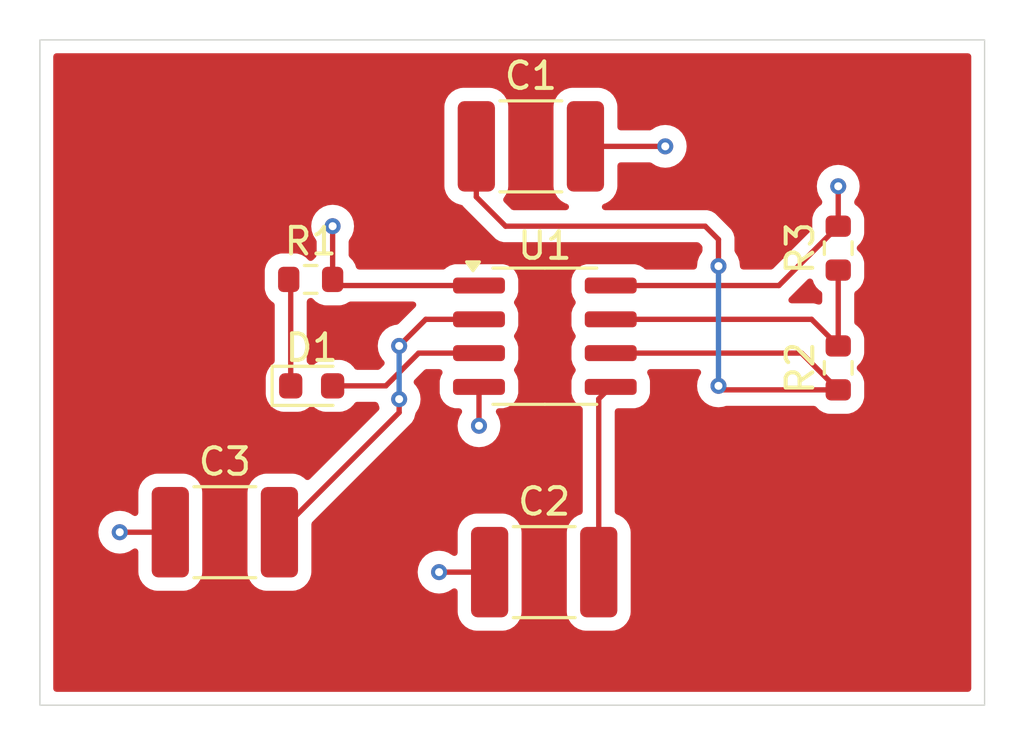
<source format=kicad_pcb>
(kicad_pcb (version 20240108) (generator "pcbnew") (generator_version "8.0")
  (layers (0 "F.Cu" signal) (1 "In1.Cu" signal) (2 "In2.Cu" signal) (31 "B.Cu" signal) (34 "B.Paste" user) (35 "F.Paste" user) (36 "B.SilkS" user "B.Silkscreen") (37 "F.SilkS" user "F.Silkscreen") (38 "B.Mask" user) (39 "F.Mask" user) (44 "Edge.Cuts" user))
  (net 0 "")
  (net 1 "Net-(U1-THR)")
  (net 2 "GND")
  (net 3 "Net-(U1-CV)")
  (net 4 "Net-(U1-TR)")
  (net 5 "Net-(D1-A)")
  (net 6 "Net-(D1-K)")
  (net 7 "Net-(U1-DIS)")
  (net 8 "+3.3V")
  (footprint "Resistor_SMD:R_0603_1608Metric" (layer "F.Cu") (at 167 77.825 90)
    (property "Reference" "R3" (at 0 -1.43 90) (layer "F.SilkS"))
    (property "Value" "100k")
    (fp_line (start -0.237258 -0.5225) (end 0.237258 -0.5225) (stroke (width 0.12)) (layer "F.SilkS"))
    (fp_line (start -0.237258 0.5225) (end 0.237258 0.5225) (stroke (width 0.12)) (layer "F.SilkS"))
    (pad "1" smd roundrect (at -0.825 0 90) (size 0.8 0.95) (layers "F.Cu" "F.Paste" "F.Mask") (net 7 "Net-(U1-DIS)"))
    (pad "2" smd roundrect (at 0.825 0 90) (size 0.8 0.95) (layers "F.Cu" "F.Paste" "F.Mask") (net 8 "+3.3V"))
  )
  (footprint "Resistor_SMD:R_0603_1608Metric" (layer "F.Cu") (at 147.175 79)
    (property "Reference" "R1" (at 0 -1.43 0) (layer "F.SilkS"))
    (property "Value" "220")
    (fp_line (start -0.237258 -0.5225) (end 0.237258 -0.5225) (stroke (width 0.12)) (layer "F.SilkS"))
    (fp_line (start -0.237258 0.5225) (end 0.237258 0.5225) (stroke (width 0.12)) (layer "F.SilkS"))
    (pad "1" smd roundrect (at -0.825 0) (size 0.8 0.95) (layers "F.Cu" "F.Paste" "F.Mask") (net 6 "Net-(D1-K)"))
    (pad "2" smd roundrect (at 0.825 0) (size 0.8 0.95) (layers "F.Cu" "F.Paste" "F.Mask") (net 2 "GND"))
  )
  (footprint "Resistor_SMD:R_0603_1608Metric" (layer "F.Cu") (at 167 82.325 90)
    (property "Reference" "R2" (at 0 -1.43 90) (layer "F.SilkS"))
    (property "Value" "150k")
    (fp_line (start -0.237258 -0.5225) (end 0.237258 -0.5225) (stroke (width 0.12)) (layer "F.SilkS"))
    (fp_line (start -0.237258 0.5225) (end 0.237258 0.5225) (stroke (width 0.12)) (layer "F.SilkS"))
    (pad "1" smd roundrect (at -0.825 0 90) (size 0.8 0.95) (layers "F.Cu" "F.Paste" "F.Mask") (net 1 "Net-(U1-THR)"))
    (pad "2" smd roundrect (at 0.825 0 90) (size 0.8 0.95) (layers "F.Cu" "F.Paste" "F.Mask") (net 7 "Net-(U1-DIS)"))
  )
  (footprint "Package_SO:SOIC-8_3.9x4.9mm_P1.27mm" (layer "F.Cu") (at 155.975 81.135)
    (property "Reference" "U1" (at 0 -3.4 0) (layer "F.SilkS"))
    (property "Value" "NE555D")
    (fp_line (start 0 -2.56) (end -1.95 -2.56) (stroke (width 0.12)) (layer "F.SilkS"))
    (fp_line (start 0 -2.56) (end 1.95 -2.56) (stroke (width 0.12)) (layer "F.SilkS"))
    (fp_line (start 0 2.56) (end -1.95 2.56) (stroke (width 0.12)) (layer "F.SilkS"))
    (fp_line (start 0 2.56) (end 1.95 2.56) (stroke (width 0.12)) (layer "F.SilkS"))
    (fp_poly (pts (xy -2.7 -2.465) (xy -2.94 -2.795) (xy -2.46 -2.795) (xy -2.7 -2.465)) (stroke (width 0.12)) (fill solid) (layer "F.SilkS"))
    (pad "1" smd roundrect (at -2.475 -1.905) (size 1.95 0.6) (layers "F.Cu" "F.Paste" "F.Mask") (net 2 "GND"))
    (pad "2" smd roundrect (at -2.475 -0.635) (size 1.95 0.6) (layers "F.Cu" "F.Paste" "F.Mask") (net 4 "Net-(U1-TR)"))
    (pad "3" smd roundrect (at -2.475 0.635) (size 1.95 0.6) (layers "F.Cu" "F.Paste" "F.Mask") (net 5 "Net-(D1-A)"))
    (pad "4" smd roundrect (at -2.475 1.905) (size 1.95 0.6) (layers "F.Cu" "F.Paste" "F.Mask") (net 8 "+3.3V"))
    (pad "5" smd roundrect (at 2.475 1.905) (size 1.95 0.6) (layers "F.Cu" "F.Paste" "F.Mask") (net 3 "Net-(U1-CV)"))
    (pad "6" smd roundrect (at 2.475 0.635) (size 1.95 0.6) (layers "F.Cu" "F.Paste" "F.Mask") (net 1 "Net-(U1-THR)"))
    (pad "7" smd roundrect (at 2.475 -0.635) (size 1.95 0.6) (layers "F.Cu" "F.Paste" "F.Mask") (net 7 "Net-(U1-DIS)"))
    (pad "8" smd roundrect (at 2.475 -1.905) (size 1.95 0.6) (layers "F.Cu" "F.Paste" "F.Mask") (net 8 "+3.3V"))
  )
  (footprint "Capacitor_SMD:C_1812_4532Metric" (layer "F.Cu") (at 143.95 88.5)
    (property "Reference" "C3" (at 0 -2.65 0) (layer "F.SilkS"))
    (property "Value" "1u")
    (fp_line (start -1.161252 -1.71) (end 1.161252 -1.71) (stroke (width 0.12)) (layer "F.SilkS"))
    (fp_line (start -1.161252 1.71) (end 1.161252 1.71) (stroke (width 0.12)) (layer "F.SilkS"))
    (pad "1" smd roundrect (at -2.05 0) (size 1.4 3.4) (layers "F.Cu" "F.Paste" "F.Mask") (roundrect_rratio 0.178571) (net 2 "GND"))
    (pad "2" smd roundrect (at 2.05 0) (size 1.4 3.4) (layers "F.Cu" "F.Paste" "F.Mask") (roundrect_rratio 0.178571) (net 4 "Net-(U1-TR)"))
  )
  (footprint "LED_SMD:LED_0603_1608Metric" (layer "F.Cu") (at 147.2125 83)
    (property "Reference" "D1" (at 0 -1.43 0) (layer "F.SilkS"))
    (property "Value" "LED")
    (fp_line (start -1.485 -0.735) (end -1.485 0.735) (stroke (width 0.12)) (layer "F.SilkS"))
    (fp_line (start -1.485 0.735) (end 0.8 0.735) (stroke (width 0.12)) (layer "F.SilkS"))
    (fp_line (start 0.8 -0.735) (end -1.485 -0.735) (stroke (width 0.12)) (layer "F.SilkS"))
    (pad "1" smd roundrect (at -0.7875 0) (size 0.875 0.95) (layers "F.Cu" "F.Paste" "F.Mask") (net 6 "Net-(D1-K)"))
    (pad "2" smd roundrect (at 0.7875 0) (size 0.875 0.95) (layers "F.Cu" "F.Paste" "F.Mask") (net 5 "Net-(D1-A)"))
  )
  (footprint "Capacitor_SMD:C_1812_4532Metric" (layer "F.Cu") (at 155.45 74)
    (property "Reference" "C1" (at 0 -2.65 0) (layer "F.SilkS"))
    (property "Value" "1u")
    (fp_line (start -1.161252 -1.71) (end 1.161252 -1.71) (stroke (width 0.12)) (layer "F.SilkS"))
    (fp_line (start -1.161252 1.71) (end 1.161252 1.71) (stroke (width 0.12)) (layer "F.SilkS"))
    (pad "1" smd roundrect (at -2.05 0) (size 1.4 3.4) (layers "F.Cu" "F.Paste" "F.Mask") (roundrect_rratio 0.178571) (net 1 "Net-(U1-THR)"))
    (pad "2" smd roundrect (at 2.05 0) (size 1.4 3.4) (layers "F.Cu" "F.Paste" "F.Mask") (roundrect_rratio 0.178571) (net 2 "GND"))
  )
  (footprint "Capacitor_SMD:C_1812_4532Metric" (layer "F.Cu") (at 155.95 90)
    (property "Reference" "C2" (at 0 -2.65 0) (layer "F.SilkS"))
    (property "Value" "0.01u")
    (fp_line (start -1.161252 -1.71) (end 1.161252 -1.71) (stroke (width 0.12)) (layer "F.SilkS"))
    (fp_line (start -1.161252 1.71) (end 1.161252 1.71) (stroke (width 0.12)) (layer "F.SilkS"))
    (pad "1" smd roundrect (at -2.05 0) (size 1.4 3.4) (layers "F.Cu" "F.Paste" "F.Mask") (roundrect_rratio 0.178571) (net 2 "GND"))
    (pad "2" smd roundrect (at 2.05 0) (size 1.4 3.4) (layers "F.Cu" "F.Paste" "F.Mask") (roundrect_rratio 0.178571) (net 3 "Net-(U1-CV)"))
  )
  (gr_rect (start 137 70) (end 172.5 95) (stroke (width 0.05)) (fill none) (layer "Edge.Cuts"))
  (segment (start 167 83.15) (end 165.62 81.77) (width 0.2) (layer "F.Cu") (net 1))
  (segment (start 153.4 75.9) (end 154.5 77) (width 0.2) (layer "F.Cu") (net 1))
  (segment (start 162.5 77.5) (end 162.5 78.5) (width 0.2) (layer "F.Cu") (net 1))
  (segment (start 153.4 74) (end 153.4 75.9) (width 0.2) (layer "F.Cu") (net 1))
  (segment (start 165.62 81.77) (end 158.45 81.77) (width 0.2) (layer "F.Cu") (net 1))
  (segment (start 154.5 77) (end 162 77) (width 0.2) (layer "F.Cu") (net 1))
  (segment (start 162.65 83.15) (end 167 83.15) (width 0.2) (layer "F.Cu") (net 1))
  (segment (start 162.5 83) (end 162.65 83.15) (width 0.2) (layer "F.Cu") (net 1))
  (segment (start 162 77) (end 162.5 77.5) (width 0.2) (layer "F.Cu") (net 1))
  (via (at 162.5 83) (size 0.6) (drill 0.3) (layers "F.Cu" "B.Cu") (net 1))
  (via (at 162.5 78.5) (size 0.6) (drill 0.3) (layers "F.Cu" "B.Cu") (net 1))
  (segment (start 162.5 78.5) (end 162.5 83) (width 0.2) (layer "B.Cu") (net 1))
  (segment (start 157.5 74) (end 160.5 74) (width 0.2) (layer "F.Cu") (net 2))
  (segment (start 153.9 90) (end 152 90) (width 0.2) (layer "F.Cu") (net 2))
  (segment (start 148.23 79.23) (end 148 79) (width 0.2) (layer "F.Cu") (net 2))
  (segment (start 148 79) (end 148 77) (width 0.2) (layer "F.Cu") (net 2))
  (segment (start 153.5 79.23) (end 148.23 79.23) (width 0.2) (layer "F.Cu") (net 2))
  (segment (start 141.9 88.5) (end 140 88.5) (width 0.2) (layer "F.Cu") (net 2))
  (via (at 148 77) (size 0.6) (drill 0.3) (layers "F.Cu" "B.Cu") (net 2))
  (via (at 152 90) (size 0.6) (drill 0.3) (layers "F.Cu" "B.Cu") (net 2))
  (via (at 160.5 74) (size 0.6) (drill 0.3) (layers "F.Cu" "B.Cu") (net 2))
  (via (at 140 88.5) (size 0.6) (drill 0.3) (layers "F.Cu" "B.Cu") (net 2))
  (segment (start 158 90) (end 158 83.49) (width 0.2) (layer "F.Cu") (net 3))
  (segment (start 158 83.49) (end 158.45 83.04) (width 0.2) (layer "F.Cu") (net 3))
  (segment (start 150.5 84) (end 150.5 83.5) (width 0.2) (layer "F.Cu") (net 4))
  (segment (start 150.5 81.5) (end 151.5 80.5) (width 0.2) (layer "F.Cu") (net 4))
  (segment (start 146 88.5) (end 150.5 84) (width 0.2) (layer "F.Cu") (net 4))
  (segment (start 151.5 80.5) (end 153.5 80.5) (width 0.2) (layer "F.Cu") (net 4))
  (via (at 150.5 81.5) (size 0.6) (drill 0.3) (layers "F.Cu" "B.Cu") (net 4))
  (via (at 150.5 83.5) (size 0.6) (drill 0.3) (layers "F.Cu" "B.Cu") (net 4))
  (segment (start 150.5 83.5) (end 150.5 81.5) (width 0.2) (layer "B.Cu") (net 4))
  (segment (start 150 83) (end 151.23 81.77) (width 0.2) (layer "F.Cu") (net 5))
  (segment (start 148 83) (end 150 83) (width 0.2) (layer "F.Cu") (net 5))
  (segment (start 151.23 81.77) (end 153.5 81.77) (width 0.2) (layer "F.Cu") (net 5))
  (segment (start 146.425 83) (end 146.425 79.075) (width 0.2) (layer "F.Cu") (net 6))
  (segment (start 146.425 79.075) (end 146.35 79) (width 0.2) (layer "F.Cu") (net 6))
  (segment (start 166 80.5) (end 158.45 80.5) (width 0.2) (layer "F.Cu") (net 7))
  (segment (start 167 81.5) (end 166 80.5) (width 0.2) (layer "F.Cu") (net 7))
  (segment (start 167 81.5) (end 167 78.65) (width 0.2) (layer "F.Cu") (net 7))
  (segment (start 164.77 79.23) (end 167 77) (width 0.2) (layer "F.Cu") (net 8))
  (segment (start 153.5 83.04) (end 153.5 84.5) (width 0.2) (layer "F.Cu") (net 8))
  (segment (start 167 77) (end 167 75.5) (width 0.2) (layer "F.Cu") (net 8))
  (segment (start 158.45 79.23) (end 164.77 79.23) (width 0.2) (layer "F.Cu") (net 8))
  (via (at 167 75.5) (size 0.6) (drill 0.3) (layers "F.Cu" "B.Cu") (net 8))
  (via (at 153.5 84.5) (size 0.6) (drill 0.3) (layers "F.Cu" "B.Cu") (net 8))
  (zone (net 0) (net_name "") (layer "F.Cu") (connect_pads (clearance 0.5)) (min_thickness 0.25) (fill yes (thermal_gap 0.5) (thermal_bridge_width 0.5) (island_removal_mode 1) (island_area_min 10))
    (polygon (pts (xy 173 69.5) (xy 136.5 69.5) (xy 136.5 95.5) (xy 173 95.5)))
  )
)
</source>
